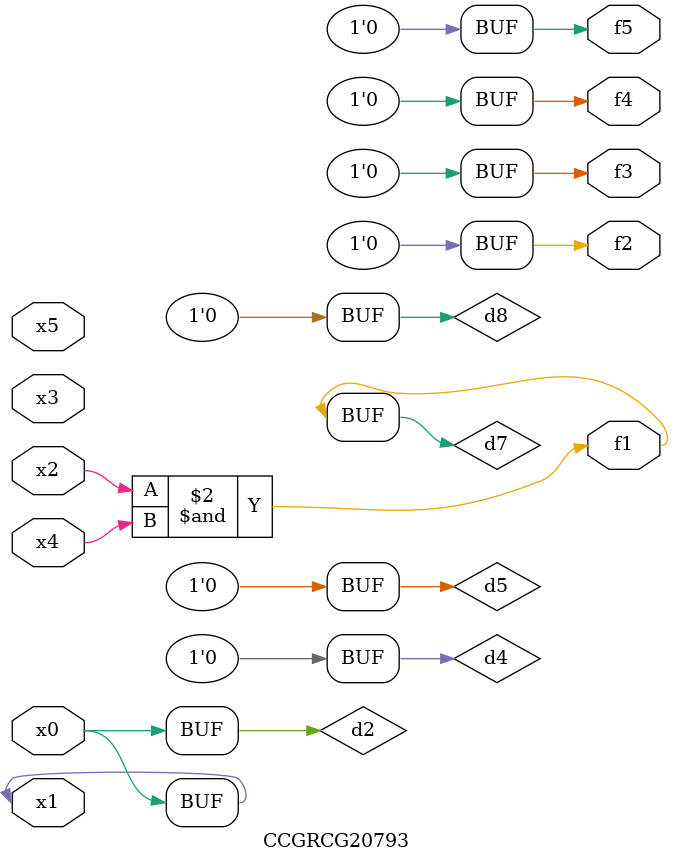
<source format=v>
module CCGRCG20793(
	input x0, x1, x2, x3, x4, x5,
	output f1, f2, f3, f4, f5
);

	wire d1, d2, d3, d4, d5, d6, d7, d8, d9;

	nand (d1, x1);
	buf (d2, x0, x1);
	nand (d3, x2, x4);
	and (d4, d1, d2);
	and (d5, d1, d2);
	nand (d6, d1, d3);
	not (d7, d3);
	xor (d8, d5);
	nor (d9, d5, d6);
	assign f1 = d7;
	assign f2 = d8;
	assign f3 = d8;
	assign f4 = d8;
	assign f5 = d8;
endmodule

</source>
